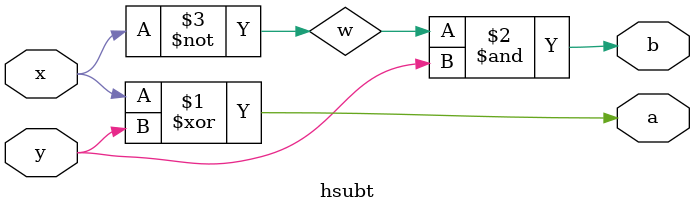
<source format=v>
module hsubt(x,y,a,b);
input x,y;
output a,b;
wire w;
xor g1(a,x,y);
not g2(w,x);
and g3(b,w,y);
endmodule



</source>
